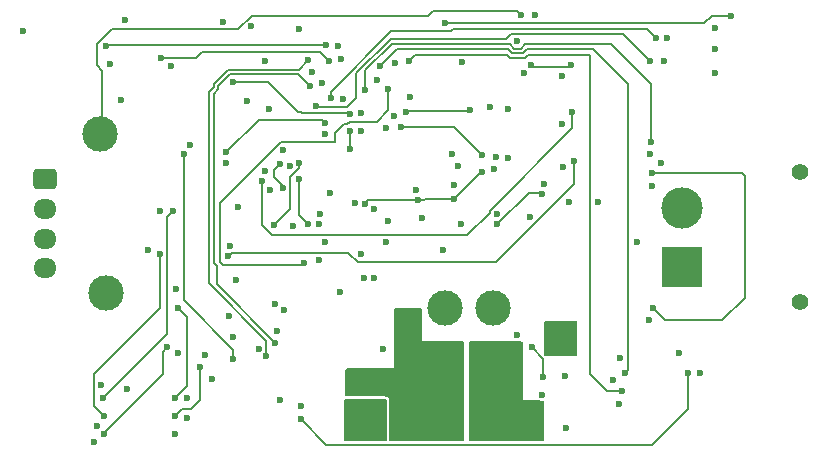
<source format=gbr>
%TF.GenerationSoftware,KiCad,Pcbnew,8.0.3*%
%TF.CreationDate,2024-07-07T18:19:15-07:00*%
%TF.ProjectId,JPBms2,4a50426d-7332-42e6-9b69-6361645f7063,rev?*%
%TF.SameCoordinates,Original*%
%TF.FileFunction,Copper,L4,Bot*%
%TF.FilePolarity,Positive*%
%FSLAX46Y46*%
G04 Gerber Fmt 4.6, Leading zero omitted, Abs format (unit mm)*
G04 Created by KiCad (PCBNEW 8.0.3) date 2024-07-07 18:19:15*
%MOMM*%
%LPD*%
G01*
G04 APERTURE LIST*
G04 Aperture macros list*
%AMRoundRect*
0 Rectangle with rounded corners*
0 $1 Rounding radius*
0 $2 $3 $4 $5 $6 $7 $8 $9 X,Y pos of 4 corners*
0 Add a 4 corners polygon primitive as box body*
4,1,4,$2,$3,$4,$5,$6,$7,$8,$9,$2,$3,0*
0 Add four circle primitives for the rounded corners*
1,1,$1+$1,$2,$3*
1,1,$1+$1,$4,$5*
1,1,$1+$1,$6,$7*
1,1,$1+$1,$8,$9*
0 Add four rect primitives between the rounded corners*
20,1,$1+$1,$2,$3,$4,$5,0*
20,1,$1+$1,$4,$5,$6,$7,0*
20,1,$1+$1,$6,$7,$8,$9,0*
20,1,$1+$1,$8,$9,$2,$3,0*%
G04 Aperture macros list end*
%TA.AperFunction,ComponentPad*%
%ADD10C,1.400000*%
%TD*%
%TA.AperFunction,ComponentPad*%
%ADD11R,3.500000X3.500000*%
%TD*%
%TA.AperFunction,ComponentPad*%
%ADD12C,3.500000*%
%TD*%
%TA.AperFunction,ComponentPad*%
%ADD13RoundRect,0.250000X-0.725000X0.600000X-0.725000X-0.600000X0.725000X-0.600000X0.725000X0.600000X0*%
%TD*%
%TA.AperFunction,ComponentPad*%
%ADD14O,1.950000X1.700000*%
%TD*%
%TA.AperFunction,ComponentPad*%
%ADD15C,3.000000*%
%TD*%
%TA.AperFunction,ViaPad*%
%ADD16C,0.600000*%
%TD*%
%TA.AperFunction,Conductor*%
%ADD17C,0.200000*%
%TD*%
G04 APERTURE END LIST*
D10*
%TO.P,J1,*%
%TO.N,*%
X163200000Y-76600000D03*
X163200000Y-87600000D03*
D11*
%TO.P,J1,1,Pin_1*%
%TO.N,GND*%
X153200000Y-84600000D03*
D12*
%TO.P,J1,2,Pin_2*%
%TO.N,/Power/Vs+*%
X153200000Y-79600000D03*
%TD*%
D13*
%TO.P,BAL1,1,Pin_1*%
%TO.N,Net-(BAL1-Pin_1)*%
X99280000Y-77220000D03*
D14*
%TO.P,BAL1,2,Pin_2*%
%TO.N,Net-(BAL1-Pin_2)*%
X99280000Y-79720000D03*
%TO.P,BAL1,3,Pin_3*%
%TO.N,Net-(BAL1-Pin_3)*%
X99280000Y-82220000D03*
%TO.P,BAL1,4,Pin_4*%
%TO.N,GND*%
X99280000Y-84720000D03*
%TD*%
D15*
%TO.P,TP2,1,1*%
%TO.N,+BATT*%
X103886000Y-73406000D03*
%TD*%
%TO.P,TP6,1,1*%
%TO.N,/BuckBoost/VS_B*%
X137160000Y-88063000D03*
%TD*%
%TO.P,TP1,1,1*%
%TO.N,GND*%
X104394000Y-86868000D03*
%TD*%
%TO.P,TP5,1,1*%
%TO.N,/BuckBoost/VS_A*%
X133096000Y-88063000D03*
%TD*%
D16*
%TO.N,GND*%
X110497345Y-91872239D03*
%TO.N,VDD*%
X133096000Y-64008000D03*
X157353001Y-63372999D03*
%TO.N,GND*%
X110354866Y-86466939D03*
X152908008Y-91935000D03*
X97409000Y-64643000D03*
X127127000Y-79756000D03*
X143002000Y-72517000D03*
X114910935Y-82811409D03*
X128270000Y-80772000D03*
X139827000Y-68199000D03*
X111506000Y-74295000D03*
X120904000Y-96393000D03*
X146050000Y-79121000D03*
X147828000Y-96266000D03*
X136906000Y-71120000D03*
X138430000Y-75438000D03*
X120777000Y-64516000D03*
X106172000Y-94996000D03*
X151892000Y-65278000D03*
X112776000Y-92075000D03*
X128778000Y-71882000D03*
X114808000Y-88773000D03*
X104013000Y-94615000D03*
X134588973Y-67300527D03*
X117348000Y-91567000D03*
X130683000Y-78105000D03*
X119968046Y-76112949D03*
X149352000Y-82550000D03*
X140716000Y-63325822D03*
X126238000Y-85598000D03*
X120269000Y-81153000D03*
X128143000Y-82550000D03*
X139246532Y-65489771D03*
X127889000Y-91567000D03*
X115189000Y-90551000D03*
X128865400Y-67343817D03*
X119368117Y-74766958D03*
X124462563Y-70427239D03*
X127343817Y-68770301D03*
X122555000Y-80137000D03*
X123395620Y-78407380D03*
X115592532Y-79575115D03*
X143256000Y-93853000D03*
X140335000Y-80391000D03*
X105664000Y-70485000D03*
X109951553Y-67607494D03*
X103378000Y-99441000D03*
X134493000Y-81026000D03*
X141287500Y-95440500D03*
X115443000Y-85725000D03*
X133731000Y-75057000D03*
X143383000Y-98298000D03*
X132969000Y-83185000D03*
X118338009Y-78109952D03*
X154686000Y-93599000D03*
X118872000Y-90043000D03*
X108966000Y-79883000D03*
X107950000Y-83185000D03*
X122936000Y-73406000D03*
X147320000Y-94234000D03*
X155956000Y-66167000D03*
X124018883Y-65927055D03*
X138430000Y-71247000D03*
X117906475Y-76504475D03*
X124310444Y-67055270D03*
X110236000Y-98806000D03*
X139192000Y-90424000D03*
X121856608Y-68152158D03*
X143637000Y-79121000D03*
X150368000Y-89154000D03*
X151400000Y-75800000D03*
X119507000Y-88265000D03*
X116336748Y-70616748D03*
X150600000Y-77800000D03*
X122936000Y-82550000D03*
X116713000Y-64262000D03*
X122428000Y-81026000D03*
X128143000Y-72898000D03*
X104737450Y-67437000D03*
X155956000Y-68199000D03*
X127127000Y-85598000D03*
X156014994Y-64404000D03*
X151638000Y-67183000D03*
X130192375Y-70268782D03*
X125984000Y-83566000D03*
X118237000Y-71247000D03*
X150495000Y-75057000D03*
X134239000Y-76073000D03*
X106045000Y-63754000D03*
X137287000Y-76327000D03*
X124206000Y-86741000D03*
X137541000Y-80137000D03*
X111252000Y-95758000D03*
X147955000Y-92329000D03*
X118745000Y-87757000D03*
X114278000Y-63866000D03*
X113411000Y-94107000D03*
X143129000Y-76200000D03*
X103675786Y-98057351D03*
X131191000Y-80518000D03*
X141478000Y-77597000D03*
X125984000Y-73152000D03*
X111252000Y-97409000D03*
X125476000Y-79248000D03*
X137414000Y-75311000D03*
X122700519Y-69064507D03*
X119126000Y-95885000D03*
X143002000Y-68453000D03*
X133858000Y-77724000D03*
X117856000Y-67183000D03*
X122428000Y-84074000D03*
X114554000Y-75819000D03*
X125984000Y-71628000D03*
%TO.N,VDD*%
X133858000Y-78867000D03*
X126325788Y-79267078D03*
X130810000Y-78994000D03*
X136271000Y-76581000D03*
%TO.N,/MCU/SWDIO*%
X123028803Y-65820000D03*
X104394000Y-65913000D03*
%TO.N,/MCU/SWCLK*%
X109093000Y-66929000D03*
X123317000Y-67183000D03*
%TO.N,/MCU/NRST*%
X125103281Y-71676500D03*
X125095000Y-73152000D03*
X125095000Y-74676000D03*
X115189000Y-68961000D03*
%TO.N,+BATT*%
X127600000Y-97400000D03*
X127600000Y-98800000D03*
X125200000Y-97400000D03*
X143764000Y-67564000D03*
X125200000Y-98800000D03*
X139558000Y-63316075D03*
X126400000Y-98200000D03*
X140399002Y-67499998D03*
%TO.N,CELL_4V*%
X144018000Y-75692000D03*
X112395000Y-93091000D03*
X114776875Y-83742264D03*
X110236000Y-97282000D03*
%TO.N,CELL_8V*%
X110490010Y-88138000D03*
X117645821Y-77313526D03*
X143891000Y-71501000D03*
X110236000Y-95758000D03*
%TO.N,VSOLAR*%
X143800000Y-91200000D03*
X142200000Y-90400000D03*
X143600000Y-89800000D03*
%TO.N,/MCU/LED_ACTIVE*%
X151003000Y-65278000D03*
X123452797Y-70318964D03*
%TO.N,/MCU/LED_ERROR*%
X150495000Y-67183000D03*
X122174000Y-70978000D03*
%TO.N,/BuckBoost/VS_A*%
X134000000Y-94000000D03*
X134000000Y-96000000D03*
X133000000Y-97000000D03*
X130000000Y-90000000D03*
X132000000Y-92000000D03*
X134000000Y-98000000D03*
X134000000Y-92000000D03*
X133000000Y-99000000D03*
X132000000Y-98000000D03*
%TO.N,/BuckBoost/VS_B*%
X139000000Y-97000000D03*
X136000000Y-96000000D03*
X140000000Y-98000000D03*
X137000000Y-97000000D03*
X139000000Y-99000000D03*
X136000000Y-92000000D03*
X136000000Y-94000000D03*
X138000000Y-98000000D03*
X139000000Y-92000000D03*
X136000000Y-98000000D03*
X137000000Y-99000000D03*
%TO.N,/BuckBoost/GATE_TOP_B*%
X140462000Y-91440000D03*
X141403000Y-93980000D03*
%TO.N,/BuckBoost/DRIVER_VCC*%
X120904000Y-97536000D03*
X153670000Y-93599000D03*
%TO.N,COMP2_INP*%
X121539000Y-81026000D03*
X120777000Y-77200000D03*
%TO.N,DD_TOP_A*%
X121539000Y-67120000D03*
X117983000Y-92202000D03*
%TO.N,DD_BOT_A*%
X121680158Y-69280675D03*
X118745000Y-91059000D03*
%TO.N,DD_BOT_B*%
X148082000Y-95123000D03*
X130082479Y-67191472D03*
%TO.N,DD_TOP_B*%
X148336000Y-93599000D03*
X127612863Y-67603353D03*
%TO.N,NBAL_3*%
X119380000Y-77978000D03*
X119165429Y-75876332D03*
%TO.N,NBAL_2*%
X118617999Y-81114710D03*
X120728838Y-75808633D03*
%TO.N,NBAL_1*%
X122936075Y-72405000D03*
X115189000Y-92456000D03*
X114554000Y-74930000D03*
X110998000Y-75057000D03*
%TO.N,Net-(D11-A)*%
X104140004Y-95758000D03*
X110109000Y-79883000D03*
%TO.N,Net-(D12-A)*%
X108966000Y-83566000D03*
X104267000Y-97282000D03*
%TO.N,Net-(D13-A)*%
X109586000Y-91440000D03*
X104267000Y-98806000D03*
%TO.N,Net-(U1-OUT)*%
X150600000Y-76708000D03*
X150749000Y-88138000D03*
X141351000Y-78486000D03*
X137541000Y-81026000D03*
%TO.N,/MCU/SWITCH*%
X150522946Y-74041000D03*
X126383318Y-69616681D03*
%TO.N,CELL8V_ADC_EN*%
X135255000Y-71374000D03*
X129782796Y-71483621D03*
%TO.N,CELL4V_ADC_EN*%
X136271000Y-75184000D03*
X129413000Y-72771000D03*
%TO.N,DRIVERS_EN*%
X128304316Y-69569132D03*
X121158000Y-84328000D03*
%TD*%
D17*
%TO.N,+BATT*%
X139233925Y-62992000D02*
X139558000Y-63316075D01*
X132080000Y-62992000D02*
X139233925Y-62992000D01*
X131684000Y-63388000D02*
X132080000Y-62992000D01*
X116738471Y-63388000D02*
X131684000Y-63388000D01*
X104902000Y-64516000D02*
X115610471Y-64516000D01*
X103632000Y-67564000D02*
X103632000Y-65786000D01*
X104087450Y-68019450D02*
X103632000Y-67564000D01*
X104087450Y-73204550D02*
X104087450Y-68019450D01*
X103886000Y-73406000D02*
X104087450Y-73204550D01*
X103632000Y-65786000D02*
X104902000Y-64516000D01*
X115610471Y-64516000D02*
X116738471Y-63388000D01*
%TO.N,Net-(D13-A)*%
X109220000Y-91806000D02*
X109586000Y-91440000D01*
X109220000Y-93726000D02*
X109220000Y-91806000D01*
X104267000Y-98679000D02*
X109220000Y-93726000D01*
X104267000Y-98806000D02*
X104267000Y-98679000D01*
%TO.N,CELL_8V*%
X111252000Y-94742000D02*
X111252000Y-88899990D01*
X111252000Y-88899990D02*
X110490010Y-88138000D01*
X110236000Y-95758000D02*
X111252000Y-94742000D01*
%TO.N,VDD*%
X155050150Y-64008000D02*
X133096000Y-64008000D01*
X155685151Y-63372999D02*
X155050150Y-64008000D01*
X157353001Y-63372999D02*
X155685151Y-63372999D01*
%TO.N,/MCU/LED_ACTIVE*%
X128578315Y-64658000D02*
X123452797Y-69783518D01*
X133619239Y-64658000D02*
X128578315Y-64658000D01*
X133787468Y-64489771D02*
X133619239Y-64658000D01*
X123452797Y-69783518D02*
X123452797Y-70318964D01*
X150214771Y-64489771D02*
X133787468Y-64489771D01*
X151003000Y-65278000D02*
X150214771Y-64489771D01*
%TO.N,VDD*%
X130810000Y-78994000D02*
X126598866Y-78994000D01*
X126598866Y-78994000D02*
X126325788Y-79267078D01*
X131318000Y-78994000D02*
X131445000Y-78867000D01*
X130810000Y-78994000D02*
X131318000Y-78994000D01*
X131445000Y-78867000D02*
X133858000Y-78867000D01*
X136144000Y-76581000D02*
X136271000Y-76581000D01*
X133858000Y-78867000D02*
X136144000Y-76581000D01*
%TO.N,/MCU/SWDIO*%
X104487000Y-65820000D02*
X104394000Y-65913000D01*
X123028803Y-65820000D02*
X104487000Y-65820000D01*
%TO.N,/MCU/SWCLK*%
X109093000Y-66929000D02*
X112014000Y-66929000D01*
X122555000Y-66421000D02*
X123317000Y-67183000D01*
X112014000Y-66929000D02*
X112522000Y-66421000D01*
X112522000Y-66421000D02*
X122555000Y-66421000D01*
%TO.N,/MCU/NRST*%
X120904000Y-71501000D02*
X121031000Y-71628000D01*
X120650000Y-71501000D02*
X120904000Y-71501000D01*
X121031000Y-71628000D02*
X125054781Y-71628000D01*
X125054781Y-71628000D02*
X125103281Y-71676500D01*
X115189000Y-68961000D02*
X118110000Y-68961000D01*
X118110000Y-68961000D02*
X120650000Y-71501000D01*
X125095000Y-73152000D02*
X125095000Y-74676000D01*
%TO.N,+BATT*%
X143764000Y-67564000D02*
X143637000Y-67691000D01*
X140590004Y-67691000D02*
X140399002Y-67499998D01*
X143637000Y-67691000D02*
X140590004Y-67691000D01*
%TO.N,CELL_4V*%
X110236000Y-97282000D02*
X110871000Y-96647000D01*
X112395000Y-95885000D02*
X112395000Y-93091000D01*
X124937761Y-83439000D02*
X115080139Y-83439000D01*
X144018000Y-77627239D02*
X137429239Y-84216000D01*
X115080139Y-83439000D02*
X114776875Y-83742264D01*
X111633000Y-96647000D02*
X112395000Y-95885000D01*
X137429239Y-84216000D02*
X125714761Y-84216000D01*
X110871000Y-96647000D02*
X111633000Y-96647000D01*
X144018000Y-75692000D02*
X144018000Y-77627239D01*
X125714761Y-84216000D02*
X124937761Y-83439000D01*
%TO.N,CELL_8V*%
X143891000Y-72867761D02*
X136891000Y-79867761D01*
X117645821Y-81069821D02*
X117645821Y-77313526D01*
X136891000Y-80025000D02*
X135001000Y-81915000D01*
X143891000Y-71501000D02*
X143891000Y-72867761D01*
X135001000Y-81915000D02*
X118491000Y-81915000D01*
X118491000Y-81915000D02*
X117645821Y-81069821D01*
X136891000Y-79867761D02*
X136891000Y-80025000D01*
%TO.N,/MCU/LED_ERROR*%
X138938000Y-64897000D02*
X138684000Y-64897000D01*
X124841000Y-71120000D02*
X122316000Y-71120000D01*
X122316000Y-71120000D02*
X122174000Y-70978000D01*
X150495000Y-67183000D02*
X148201771Y-64889771D01*
X125603000Y-68199000D02*
X125603000Y-70358000D01*
X148201771Y-64889771D02*
X138945229Y-64889771D01*
X125603000Y-70358000D02*
X124841000Y-71120000D01*
X128512229Y-65289771D02*
X125603000Y-68199000D01*
X138291229Y-65289771D02*
X128512229Y-65289771D01*
X138684000Y-64897000D02*
X138291229Y-65289771D01*
X138945229Y-64889771D02*
X138938000Y-64897000D01*
%TO.N,/BuckBoost/GATE_TOP_B*%
X141403000Y-93980000D02*
X141403000Y-92381000D01*
X141403000Y-92381000D02*
X140462000Y-91440000D01*
%TO.N,/BuckBoost/DRIVER_VCC*%
X120904000Y-97536000D02*
X123063000Y-99695000D01*
X150622000Y-99695000D02*
X153670000Y-96647000D01*
X153670000Y-96647000D02*
X153670000Y-93599000D01*
X123063000Y-99695000D02*
X150622000Y-99695000D01*
%TO.N,COMP2_INP*%
X120777000Y-77200000D02*
X120777000Y-80264000D01*
X120777000Y-80264000D02*
X121539000Y-81026000D01*
%TO.N,DD_TOP_A*%
X120748000Y-67911000D02*
X121539000Y-67120000D01*
X114754075Y-67911000D02*
X120748000Y-67911000D01*
X113519000Y-69146075D02*
X114754075Y-67911000D01*
X113138000Y-69811314D02*
X113519000Y-69430314D01*
X113138000Y-86017686D02*
X113138000Y-69811314D01*
X113519000Y-69430314D02*
X113519000Y-69146075D01*
X117983000Y-90862686D02*
X113138000Y-86017686D01*
X117983000Y-92202000D02*
X117983000Y-90862686D01*
%TO.N,DD_BOT_A*%
X118745000Y-91059000D02*
X113792000Y-86106000D01*
X113919000Y-69311761D02*
X114919761Y-68311000D01*
X113538000Y-84258686D02*
X113538000Y-69977000D01*
X113792000Y-84512686D02*
X113538000Y-84258686D01*
X113919000Y-69596000D02*
X113919000Y-69311761D01*
X113792000Y-86106000D02*
X113792000Y-84512686D01*
X114919761Y-68311000D02*
X120710483Y-68311000D01*
X120710483Y-68311000D02*
X121680158Y-69280675D01*
X113538000Y-69977000D02*
X113919000Y-69596000D01*
%TO.N,DD_TOP_B*%
X138423837Y-66152000D02*
X138811608Y-66539771D01*
X148600000Y-93335000D02*
X148336000Y-93599000D01*
X148600000Y-69098000D02*
X148600000Y-93335000D01*
X138811608Y-66539771D02*
X139681457Y-66539771D01*
X140069228Y-66152000D02*
X145654000Y-66152000D01*
X139681457Y-66539771D02*
X140069228Y-66152000D01*
X145654000Y-66152000D02*
X148600000Y-69098000D01*
X129064216Y-66152000D02*
X138423837Y-66152000D01*
X127612863Y-67603353D02*
X129064216Y-66152000D01*
%TO.N,NBAL_3*%
X119165429Y-75876332D02*
X118600000Y-76441761D01*
X118600000Y-77000000D02*
X119380000Y-77780000D01*
X119380000Y-77780000D02*
X119380000Y-77978000D01*
X118600000Y-76441761D02*
X118600000Y-77000000D01*
%TO.N,NBAL_2*%
X120728838Y-76271162D02*
X120728838Y-75808633D01*
X120015000Y-76985000D02*
X120728838Y-76271162D01*
X118617999Y-81114710D02*
X120015000Y-79717709D01*
X120015000Y-79717709D02*
X120015000Y-76985000D01*
%TO.N,NBAL_1*%
X117329000Y-72155000D02*
X122686075Y-72155000D01*
X115189000Y-92456000D02*
X115189000Y-91636315D01*
X110998000Y-87445315D02*
X110998000Y-75057000D01*
X122686075Y-72155000D02*
X122936075Y-72405000D01*
X114554000Y-74930000D02*
X117329000Y-72155000D01*
X115189000Y-91636315D02*
X110998000Y-87445315D01*
%TO.N,Net-(D11-A)*%
X109586000Y-80406000D02*
X109586000Y-90312004D01*
X109586000Y-90312004D02*
X104140004Y-95758000D01*
X110109000Y-79883000D02*
X109586000Y-80406000D01*
%TO.N,Net-(D12-A)*%
X104267000Y-97282000D02*
X103378000Y-96393000D01*
X108966000Y-88138000D02*
X108966000Y-83566000D01*
X103378000Y-96393000D02*
X103378000Y-93726000D01*
X103378000Y-93726000D02*
X108966000Y-88138000D01*
%TO.N,Net-(U1-OUT)*%
X137541000Y-81026000D02*
X140208000Y-78359000D01*
X158496000Y-76962000D02*
X158496000Y-87249000D01*
X151765000Y-89154000D02*
X150749000Y-88138000D01*
X140208000Y-78359000D02*
X141097000Y-78359000D01*
X141224000Y-78359000D02*
X141351000Y-78486000D01*
X141097000Y-78359000D02*
X141224000Y-78359000D01*
X158496000Y-87249000D02*
X156591000Y-89154000D01*
X158242000Y-76708000D02*
X158496000Y-76962000D01*
X150600000Y-76708000D02*
X158242000Y-76708000D01*
X156591000Y-89154000D02*
X151765000Y-89154000D01*
%TO.N,/MCU/SWITCH*%
X138984303Y-66139771D02*
X138596532Y-65752000D01*
X147159000Y-65752000D02*
X139903542Y-65752000D01*
X150522946Y-74041000D02*
X150522946Y-69115946D01*
X126383318Y-67984368D02*
X126383318Y-69616681D01*
X150522946Y-69115946D02*
X147159000Y-65752000D01*
X128615686Y-65752000D02*
X126383318Y-67984368D01*
X139515771Y-66139771D02*
X138984303Y-66139771D01*
X138596532Y-65752000D02*
X128615686Y-65752000D01*
X139903542Y-65752000D02*
X139515771Y-66139771D01*
%TO.N,CELL8V_ADC_EN*%
X129803993Y-71462424D02*
X129782796Y-71483621D01*
X135166576Y-71462424D02*
X135255000Y-71374000D01*
X129803993Y-71462424D02*
X135166576Y-71462424D01*
%TO.N,CELL4V_ADC_EN*%
X133858000Y-72771000D02*
X136271000Y-75184000D01*
X129413000Y-72771000D02*
X133858000Y-72771000D01*
%TO.N,DRIVERS_EN*%
X124587000Y-72517000D02*
X124841000Y-72517000D01*
X121158000Y-84328000D02*
X121031000Y-84455000D01*
X121031000Y-84455000D02*
X114300000Y-84455000D01*
X114046000Y-79217761D02*
X119237761Y-74026000D01*
X123825000Y-74026000D02*
X123825000Y-73279000D01*
X114300000Y-84455000D02*
X114046000Y-84201000D01*
X128304316Y-71339684D02*
X128304316Y-69569132D01*
X114046000Y-84201000D02*
X114046000Y-79217761D01*
X127317500Y-72326500D02*
X128304316Y-71339684D01*
X125031500Y-72326500D02*
X127317500Y-72326500D01*
X119237761Y-74026000D02*
X123825000Y-74026000D01*
X124841000Y-72517000D02*
X125031500Y-72326500D01*
X123825000Y-73279000D02*
X124587000Y-72517000D01*
%TO.N,DD_BOT_B*%
X130598951Y-66675000D02*
X130082479Y-67191472D01*
X138381151Y-66675000D02*
X130598951Y-66675000D01*
X138645922Y-66939771D02*
X138381151Y-66675000D01*
X139847142Y-66939771D02*
X138645922Y-66939771D01*
X140126913Y-66660000D02*
X139847142Y-66939771D01*
X145400000Y-93711000D02*
X145400000Y-66660000D01*
X146812000Y-95123000D02*
X145400000Y-93711000D01*
X148082000Y-95123000D02*
X146812000Y-95123000D01*
X145400000Y-66660000D02*
X140126913Y-66660000D01*
%TD*%
%TA.AperFunction,Conductor*%
%TO.N,VSOLAR*%
G36*
X144253039Y-89208685D02*
G01*
X144298794Y-89261489D01*
X144310000Y-89313000D01*
X144310000Y-92078000D01*
X144290315Y-92145039D01*
X144237511Y-92190794D01*
X144186000Y-92202000D01*
X141700333Y-92202000D01*
X141633294Y-92182315D01*
X141612652Y-92165681D01*
X141514319Y-92067348D01*
X141480834Y-92006025D01*
X141478000Y-91979667D01*
X141478000Y-89313000D01*
X141497685Y-89245961D01*
X141550489Y-89200206D01*
X141602000Y-89189000D01*
X144186000Y-89189000D01*
X144253039Y-89208685D01*
G37*
%TD.AperFunction*%
%TD*%
%TA.AperFunction,Conductor*%
%TO.N,+BATT*%
G36*
X128143039Y-95819685D02*
G01*
X128188794Y-95872489D01*
X128200000Y-95924000D01*
X128200000Y-99270500D01*
X128180315Y-99337539D01*
X128127511Y-99383294D01*
X128076000Y-99394500D01*
X124724000Y-99394500D01*
X124656961Y-99374815D01*
X124611206Y-99322011D01*
X124600000Y-99270500D01*
X124600000Y-95924000D01*
X124619685Y-95856961D01*
X124672489Y-95811206D01*
X124724000Y-95800000D01*
X128076000Y-95800000D01*
X128143039Y-95819685D01*
G37*
%TD.AperFunction*%
%TD*%
%TA.AperFunction,Conductor*%
%TO.N,/BuckBoost/VS_B*%
G36*
X139643039Y-90951685D02*
G01*
X139688794Y-91004489D01*
X139700000Y-91056000D01*
X139700000Y-95885000D01*
X141016992Y-95885000D01*
X141067926Y-95899956D01*
X141069382Y-95896770D01*
X141077449Y-95900454D01*
X141215536Y-95940999D01*
X141215538Y-95941000D01*
X141354000Y-95941000D01*
X141421039Y-95960685D01*
X141466794Y-96013489D01*
X141478000Y-96065000D01*
X141478000Y-99270500D01*
X141458315Y-99337539D01*
X141405511Y-99383294D01*
X141354000Y-99394500D01*
X135252000Y-99394500D01*
X135184961Y-99374815D01*
X135139206Y-99322011D01*
X135128000Y-99270500D01*
X135128000Y-91056000D01*
X135147685Y-90988961D01*
X135200489Y-90943206D01*
X135252000Y-90932000D01*
X139576000Y-90932000D01*
X139643039Y-90951685D01*
G37*
%TD.AperFunction*%
%TD*%
%TA.AperFunction,Conductor*%
%TO.N,/BuckBoost/VS_A*%
G36*
X131134039Y-88157685D02*
G01*
X131179794Y-88210489D01*
X131191000Y-88262000D01*
X131191000Y-90932000D01*
X134623000Y-90932000D01*
X134690039Y-90951685D01*
X134735794Y-91004489D01*
X134747000Y-91056000D01*
X134747000Y-99270500D01*
X134727315Y-99337539D01*
X134674511Y-99383294D01*
X134623000Y-99394500D01*
X128529500Y-99394500D01*
X128462461Y-99374815D01*
X128416706Y-99322011D01*
X128405500Y-99270500D01*
X128405500Y-95924008D01*
X128405499Y-95923992D01*
X128400803Y-95880316D01*
X128396897Y-95862364D01*
X128389602Y-95828825D01*
X128389348Y-95827789D01*
X128387110Y-95818627D01*
X128344100Y-95737915D01*
X128298345Y-95685111D01*
X128298339Y-95685104D01*
X128280757Y-95667160D01*
X128280756Y-95667159D01*
X128280754Y-95667157D01*
X128280752Y-95667156D01*
X128280750Y-95667154D01*
X128200940Y-95622511D01*
X128200935Y-95622509D01*
X128133903Y-95602826D01*
X128133899Y-95602825D01*
X128133898Y-95602825D01*
X128076000Y-95594500D01*
X124807000Y-95594500D01*
X124739961Y-95574815D01*
X124694206Y-95522011D01*
X124683000Y-95470500D01*
X124683000Y-93342000D01*
X124702685Y-93274961D01*
X124755489Y-93229206D01*
X124807000Y-93218000D01*
X128778000Y-93218000D01*
X128778000Y-88262000D01*
X128797685Y-88194961D01*
X128850489Y-88149206D01*
X128902000Y-88138000D01*
X131067000Y-88138000D01*
X131134039Y-88157685D01*
G37*
%TD.AperFunction*%
%TD*%
M02*

</source>
